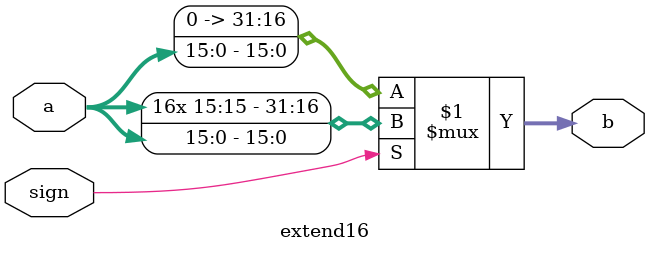
<source format=v>
`timescale 1ns / 1ps

//16位扩展为32位：根据SIGN情况
module extend16 #(parameter WIDTH = 16)(
    input [WIDTH - 1 : 0] a,
	input sign,
	output [31 : 0] b
    );
	assign b = sign ? {{(32 - WIDTH){a[WIDTH - 1]}}, a} : {{(32 - WIDTH){1'b0}}, a};
endmodule

</source>
